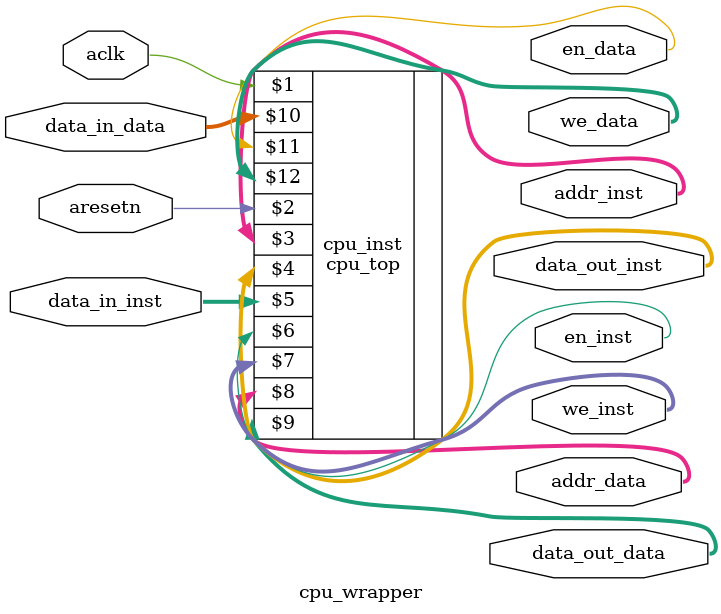
<source format=v>
`timescale 1ns / 1ps


module cpu_wrapper(
    //clocking
    input aclk,
    input aresetn,
    //instruction port
    output [31:0] addr_inst,
    output [31:0] data_out_inst,
    input [31:0] data_in_inst,
    output  en_inst,
    output [3:0] we_inst,
    //data port
    output [31:0] addr_data,
    output [31:0] data_out_data,
    input [31:0] data_in_data,
    output en_data,
    output [3:0] we_data
    //decode instruction module
    
    );
    
    cpu_top cpu_inst(
        aclk,
        aresetn,
        addr_inst,
        data_out_inst,
        data_in_inst,
        en_inst,
        we_inst,
        addr_data,
        data_out_data,
        data_in_data,
        en_data,
        we_data
    );
    
endmodule

</source>
